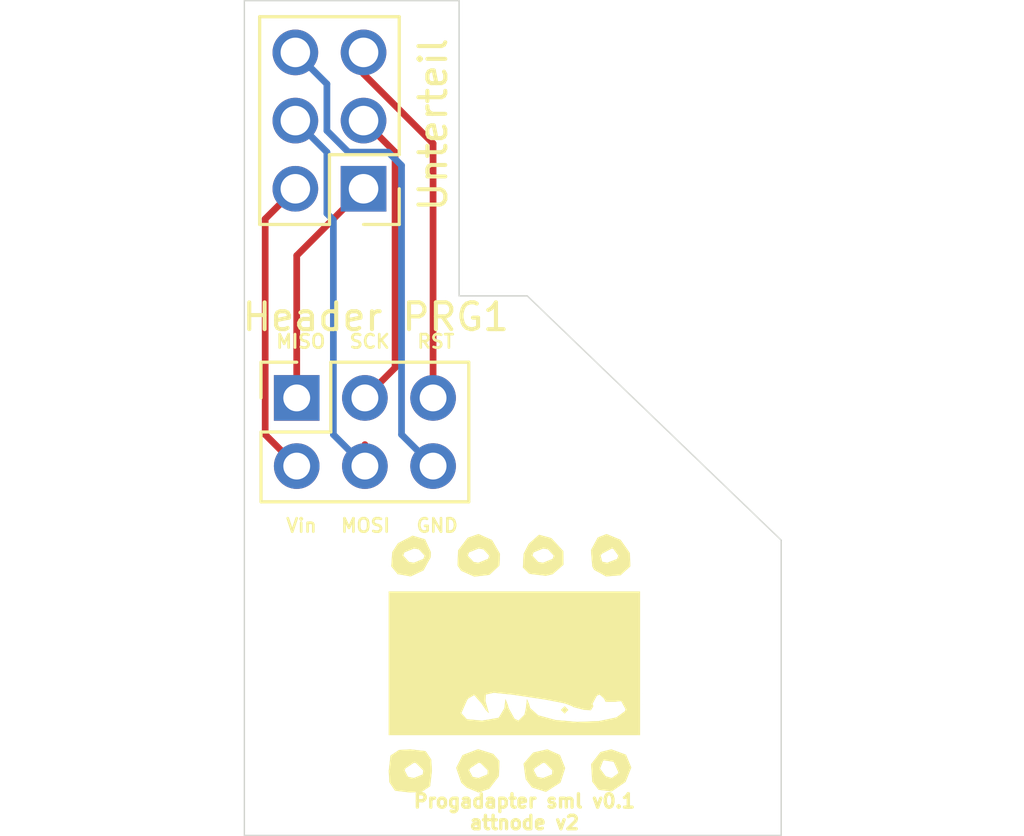
<source format=kicad_pcb>
(kicad_pcb (version 20171130) (host pcbnew "(5.1.8)-1")

  (general
    (thickness 1.6)
    (drawings 15)
    (tracks 24)
    (zones 0)
    (modules 5)
    (nets 7)
  )

  (page A4)
  (layers
    (0 F.Cu signal)
    (31 B.Cu signal)
    (32 B.Adhes user)
    (33 F.Adhes user)
    (34 B.Paste user)
    (35 F.Paste user)
    (36 B.SilkS user)
    (37 F.SilkS user)
    (38 B.Mask user)
    (39 F.Mask user)
    (40 Dwgs.User user)
    (41 Cmts.User user)
    (42 Eco1.User user)
    (43 Eco2.User user)
    (44 Edge.Cuts user)
    (45 Margin user)
    (46 B.CrtYd user)
    (47 F.CrtYd user)
    (48 B.Fab user)
    (49 F.Fab user)
  )

  (setup
    (last_trace_width 0.25)
    (trace_clearance 0.2)
    (zone_clearance 0.508)
    (zone_45_only no)
    (trace_min 0.2)
    (via_size 0.8)
    (via_drill 0.4)
    (via_min_size 0.4)
    (via_min_drill 0.3)
    (uvia_size 0.3)
    (uvia_drill 0.1)
    (uvias_allowed no)
    (uvia_min_size 0.2)
    (uvia_min_drill 0.1)
    (edge_width 0.05)
    (segment_width 0.2)
    (pcb_text_width 0.3)
    (pcb_text_size 1.5 1.5)
    (mod_edge_width 0.12)
    (mod_text_size 1 1)
    (mod_text_width 0.15)
    (pad_size 3.2 3.2)
    (pad_drill 3.2)
    (pad_to_mask_clearance 0.051)
    (solder_mask_min_width 0.25)
    (aux_axis_origin 0 0)
    (visible_elements 7FFFFFFF)
    (pcbplotparams
      (layerselection 0x010fc_ffffffff)
      (usegerberextensions true)
      (usegerberattributes false)
      (usegerberadvancedattributes false)
      (creategerberjobfile false)
      (excludeedgelayer true)
      (linewidth 0.100000)
      (plotframeref false)
      (viasonmask false)
      (mode 1)
      (useauxorigin false)
      (hpglpennumber 1)
      (hpglpenspeed 20)
      (hpglpendiameter 15.000000)
      (psnegative false)
      (psa4output false)
      (plotreference true)
      (plotvalue true)
      (plotinvisibletext false)
      (padsonsilk false)
      (subtractmaskfromsilk false)
      (outputformat 1)
      (mirror false)
      (drillshape 0)
      (scaleselection 1)
      (outputdirectory "Gerber_prg_sml_u/"))
  )

  (net 0 "")
  (net 1 PRG_Vin)
  (net 2 MISO)
  (net 3 MOSI)
  (net 4 SCK)
  (net 5 RST)
  (net 6 PRG_GND)

  (net_class Default "Dies ist die voreingestellte Netzklasse."
    (clearance 0.2)
    (trace_width 0.25)
    (via_dia 0.8)
    (via_drill 0.4)
    (uvia_dia 0.3)
    (uvia_drill 0.1)
    (add_net MISO)
    (add_net MOSI)
    (add_net PRG_GND)
    (add_net PRG_Vin)
    (add_net RST)
    (add_net SCK)
  )

  (module "Logo Attno.de:Logo_druck" (layer F.Cu) (tedit 0) (tstamp 5FB2A212)
    (at 69.9262 81.6864)
    (fp_text reference G*** (at 0 0) (layer F.SilkS) hide
      (effects (font (size 1.524 1.524) (thickness 0.3)))
    )
    (fp_text value LOGO (at 0.8128 3.3782) (layer F.SilkS) hide
      (effects (font (size 1.524 1.524) (thickness 0.3)))
    )
    (fp_poly (pts (xy 2.138947 1.737895) (xy 2.005263 1.871579) (xy 1.871578 1.737895) (xy 2.005263 1.60421)
      (xy 2.138947 1.737895)) (layer F.SilkS) (width 0.01))
    (fp_poly (pts (xy 4.089816 -4.595979) (xy 4.434735 -4.1028) (xy 4.449882 -3.612879) (xy 4.088167 -3.2809)
      (xy 3.55026 -3.237404) (xy 3.109036 -3.48305) (xy 3.03774 -3.609474) (xy 3.005379 -4.010526)
      (xy 3.342105 -4.010526) (xy 3.402717 -3.781632) (xy 3.593694 -3.743158) (xy 3.959511 -3.882751)
      (xy 4.010526 -4.010526) (xy 3.818628 -4.270242) (xy 3.758937 -4.277895) (xy 3.39683 -4.083545)
      (xy 3.342105 -4.010526) (xy 3.005379 -4.010526) (xy 2.988838 -4.215517) (xy 3.2409 -4.683255)
      (xy 3.568344 -4.812632) (xy 4.089816 -4.595979)) (layer F.SilkS) (width 0.01))
    (fp_poly (pts (xy 1.497215 -4.664621) (xy 1.521708 -4.649808) (xy 1.958071 -4.173721) (xy 1.961382 -3.672715)
      (xy 1.558773 -3.320009) (xy 1.304155 -3.2608) (xy 0.68795 -3.334446) (xy 0.453572 -3.569022)
      (xy 0.476776 -4.010526) (xy 0.802105 -4.010526) (xy 1.018662 -3.773323) (xy 1.203157 -3.743158)
      (xy 1.558963 -3.887529) (xy 1.60421 -4.010526) (xy 1.387653 -4.24773) (xy 1.203157 -4.277895)
      (xy 0.847352 -4.133524) (xy 0.802105 -4.010526) (xy 0.476776 -4.010526) (xy 0.480169 -4.075083)
      (xy 0.671125 -4.452433) (xy 1.053407 -4.785038) (xy 1.497215 -4.664621)) (layer F.SilkS) (width 0.01))
    (fp_poly (pts (xy -0.698937 -4.587399) (xy -0.404882 -4.076307) (xy -0.425046 -3.643362) (xy -0.795864 -3.295983)
      (xy -1.358492 -3.230802) (xy -1.850527 -3.44782) (xy -1.981271 -3.643362) (xy -1.968038 -4.010526)
      (xy -1.604211 -4.010526) (xy -1.387654 -3.773323) (xy -1.203158 -3.743158) (xy -0.847353 -3.887529)
      (xy -0.802106 -4.010526) (xy -1.018663 -4.24773) (xy -1.203158 -4.277895) (xy -1.558964 -4.133524)
      (xy -1.604211 -4.010526) (xy -1.968038 -4.010526) (xy -1.960981 -4.206313) (xy -1.604019 -4.673505)
      (xy -1.203158 -4.812632) (xy -0.698937 -4.587399)) (layer F.SilkS) (width 0.01))
    (fp_poly (pts (xy -3.196971 -4.616923) (xy -2.979926 -4.140395) (xy -2.989143 -3.94488) (xy -3.252289 -3.462408)
      (xy -3.731266 -3.239198) (xy -4.214277 -3.323615) (xy -4.449336 -3.611454) (xy -4.423182 -4.010526)
      (xy -4.010527 -4.010526) (xy -3.79397 -3.773323) (xy -3.609474 -3.743158) (xy -3.253669 -3.887529)
      (xy -3.208422 -4.010526) (xy -3.424979 -4.24773) (xy -3.609474 -4.277895) (xy -3.96528 -4.133524)
      (xy -4.010527 -4.010526) (xy -4.423182 -4.010526) (xy -4.414565 -4.142002) (xy -4.201504 -4.468872)
      (xy -3.662664 -4.7517) (xy -3.196971 -4.616923)) (layer F.SilkS) (width 0.01))
    (fp_poly (pts (xy 4.812631 2.673684) (xy -4.545264 2.673684) (xy -4.545264 1.85671) (xy -1.84514 1.85671)
      (xy -1.640977 2.086836) (xy -1.069474 2.138947) (xy -0.449193 2.032284) (xy -0.236914 1.678869)
      (xy -0.236354 1.671053) (xy -0.199008 1.341536) (xy -0.120086 1.531401) (xy -0.083065 1.671053)
      (xy 0.137174 2.067551) (xy 0.286972 2.138947) (xy 0.512231 1.91694) (xy 0.565751 1.671053)
      (xy 0.603097 1.341536) (xy 0.682019 1.531401) (xy 0.71904 1.671053) (xy 1.023883 1.942669)
      (xy 1.661629 2.1152) (xy 2.468428 2.186887) (xy 3.280431 2.155969) (xy 3.933785 2.020685)
      (xy 4.264641 1.779275) (xy 4.277894 1.709289) (xy 4.113499 1.405706) (xy 3.876842 1.43353)
      (xy 3.532945 1.431665) (xy 3.475789 1.312671) (xy 3.31091 1.162077) (xy 3.204059 1.205853)
      (xy 3.040408 1.51151) (xy 3.071649 1.599214) (xy 2.983308 1.745726) (xy 2.741799 1.73488)
      (xy 2.344973 1.633411) (xy 2.272631 1.590545) (xy 2.017938 1.492766) (xy 1.298922 1.353099)
      (xy 0.183184 1.184476) (xy 0.064366 1.16815) (xy -0.638136 1.095906) (xy -0.934809 1.164674)
      (xy -0.945218 1.415944) (xy -0.918078 1.509049) (xy -0.821817 1.851758) (xy -0.926927 1.742986)
      (xy -1.080524 1.50529) (xy -1.365887 1.180679) (xy -1.595147 1.317081) (xy -1.631354 1.371606)
      (xy -1.84514 1.85671) (xy -4.545264 1.85671) (xy -4.545264 -2.673684) (xy 4.812631 -2.673684)
      (xy 4.812631 2.673684)) (layer F.SilkS) (width 0.01))
    (fp_poly (pts (xy 4.289104 3.40888) (xy 4.485854 3.883973) (xy 4.275068 4.414984) (xy 3.760298 4.770967)
      (xy 3.272011 4.712338) (xy 3.03774 4.411579) (xy 3.005955 3.923658) (xy 3.321753 3.923658)
      (xy 3.535729 4.214069) (xy 3.758937 4.277895) (xy 4.005698 4.098505) (xy 4.010526 4.055088)
      (xy 3.836112 3.667614) (xy 3.47406 3.613807) (xy 3.434135 3.635217) (xy 3.321753 3.923658)
      (xy 3.005955 3.923658) (xy 2.995131 3.757507) (xy 3.340792 3.309889) (xy 3.743157 3.208421)
      (xy 4.289104 3.40888)) (layer F.SilkS) (width 0.01))
    (fp_poly (pts (xy 1.830489 3.420844) (xy 2.023085 3.906185) (xy 1.850749 4.436547) (xy 1.843454 4.445467)
      (xy 1.308609 4.788602) (xy 0.789363 4.623462) (xy 0.556657 4.318854) (xy 0.512481 3.990474)
      (xy 0.85335 3.990474) (xy 0.982414 4.234271) (xy 1.203157 4.277895) (xy 1.535916 4.142232)
      (xy 1.552964 3.990474) (xy 1.276938 3.714239) (xy 1.203157 3.703053) (xy 0.889659 3.911204)
      (xy 0.85335 3.990474) (xy 0.512481 3.990474) (xy 0.479001 3.74161) (xy 0.834794 3.328056)
      (xy 1.36171 3.208421) (xy 1.830489 3.420844)) (layer F.SilkS) (width 0.01))
    (fp_poly (pts (xy -0.654718 3.377959) (xy -0.425046 3.643362) (xy -0.445336 4.206313) (xy -0.802298 4.673505)
      (xy -1.203158 4.812632) (xy -1.650245 4.625796) (xy -1.843455 4.445467) (xy -1.999823 3.990474)
      (xy -1.552965 3.990474) (xy -1.423901 4.234271) (xy -1.203158 4.277895) (xy -0.870399 4.142232)
      (xy -0.853351 3.990474) (xy -1.129378 3.714239) (xy -1.203158 3.703053) (xy -1.516657 3.911204)
      (xy -1.552965 3.990474) (xy -1.999823 3.990474) (xy -2.031887 3.897179) (xy -1.795855 3.42208)
      (xy -1.233012 3.208837) (xy -1.203158 3.208421) (xy -0.654718 3.377959)) (layer F.SilkS) (width 0.01))
    (fp_poly (pts (xy -3.175028 3.274671) (xy -2.965626 3.587178) (xy -2.941053 4.010526) (xy -3.007304 4.578657)
      (xy -3.319811 4.788059) (xy -3.743158 4.812632) (xy -4.311289 4.746381) (xy -4.520691 4.433874)
      (xy -4.545264 4.010526) (xy -4.542926 3.990474) (xy -3.959281 3.990474) (xy -3.830217 4.234271)
      (xy -3.609474 4.277895) (xy -3.276715 4.142232) (xy -3.259667 3.990474) (xy -3.535693 3.714239)
      (xy -3.609474 3.703053) (xy -3.922973 3.911204) (xy -3.959281 3.990474) (xy -4.542926 3.990474)
      (xy -4.479013 3.442395) (xy -4.166506 3.232994) (xy -3.743158 3.208421) (xy -3.175028 3.274671)) (layer F.SilkS) (width 0.01))
  )

  (module Connector_PinSocket_2.54mm:PinSocket_2x03_P2.54mm_Vertical (layer F.Cu) (tedit 5A19A425) (tstamp 5FB10B53)
    (at 61.9506 71.8 90)
    (descr "Through hole straight socket strip, 2x03, 2.54mm pitch, double cols (from Kicad 4.0.7), script generated")
    (tags "Through hole socket strip THT 2x03 2.54mm double row")
    (path /5FB3D82C)
    (fp_text reference "Header PRG1" (at 3.0168 2.9464 180) (layer F.SilkS)
      (effects (font (size 1 1) (thickness 0.15)))
    )
    (fp_text value Connector:Conn_01x14_Female (at -1.27 7.85 90) (layer F.Fab) hide
      (effects (font (size 1 1) (thickness 0.15)))
    )
    (fp_line (start -3.81 -1.27) (end 0.27 -1.27) (layer F.Fab) (width 0.1))
    (fp_line (start 0.27 -1.27) (end 1.27 -0.27) (layer F.Fab) (width 0.1))
    (fp_line (start 1.27 -0.27) (end 1.27 6.35) (layer F.Fab) (width 0.1))
    (fp_line (start 1.27 6.35) (end -3.81 6.35) (layer F.Fab) (width 0.1))
    (fp_line (start -3.81 6.35) (end -3.81 -1.27) (layer F.Fab) (width 0.1))
    (fp_line (start -3.87 -1.33) (end -1.27 -1.33) (layer F.SilkS) (width 0.12))
    (fp_line (start -3.87 -1.33) (end -3.87 6.41) (layer F.SilkS) (width 0.12))
    (fp_line (start -3.87 6.41) (end 1.33 6.41) (layer F.SilkS) (width 0.12))
    (fp_line (start 1.33 1.27) (end 1.33 6.41) (layer F.SilkS) (width 0.12))
    (fp_line (start -1.27 1.27) (end 1.33 1.27) (layer F.SilkS) (width 0.12))
    (fp_line (start -1.27 -1.33) (end -1.27 1.27) (layer F.SilkS) (width 0.12))
    (fp_line (start 1.33 -1.33) (end 1.33 0) (layer F.SilkS) (width 0.12))
    (fp_line (start 0 -1.33) (end 1.33 -1.33) (layer F.SilkS) (width 0.12))
    (fp_line (start -4.34 -1.8) (end 1.76 -1.8) (layer F.CrtYd) (width 0.05))
    (fp_line (start 1.76 -1.8) (end 1.76 6.85) (layer F.CrtYd) (width 0.05))
    (fp_line (start 1.76 6.85) (end -4.34 6.85) (layer F.CrtYd) (width 0.05))
    (fp_line (start -4.34 6.85) (end -4.34 -1.8) (layer F.CrtYd) (width 0.05))
    (fp_text user %R (at -1.27 2.54) (layer F.Fab)
      (effects (font (size 1 1) (thickness 0.15)))
    )
    (pad 1 thru_hole rect (at 0 0 90) (size 1.7 1.7) (drill 1) (layers *.Cu *.Mask)
      (net 2 MISO))
    (pad 2 thru_hole oval (at -2.54 0 90) (size 1.7 1.7) (drill 1) (layers *.Cu *.Mask)
      (net 1 PRG_Vin))
    (pad 3 thru_hole oval (at 0 2.54 90) (size 1.7 1.7) (drill 1) (layers *.Cu *.Mask)
      (net 4 SCK))
    (pad 4 thru_hole oval (at -2.54 2.54 90) (size 1.7 1.7) (drill 1) (layers *.Cu *.Mask)
      (net 3 MOSI))
    (pad 5 thru_hole oval (at 0 5.08 90) (size 1.7 1.7) (drill 1) (layers *.Cu *.Mask)
      (net 5 RST))
    (pad 6 thru_hole oval (at -2.54 5.08 90) (size 1.7 1.7) (drill 1) (layers *.Cu *.Mask)
      (net 6 PRG_GND))
  )

  (module MountingHole:MountingHole_3.2mm_M3_DIN965 (layer F.Cu) (tedit 56D1B4CB) (tstamp 5FB29D1F)
    (at 76.5048 83.058)
    (descr "Mounting Hole 3.2mm, no annular, M3, DIN965")
    (tags "mounting hole 3.2mm no annular m3 din965")
    (attr virtual)
    (fp_text reference REF** (at 0 -3.8) (layer F.SilkS) hide
      (effects (font (size 1 1) (thickness 0.15)))
    )
    (fp_text value MountingHole_3.2mm_M3_DIN965 (at 0 3.8) (layer F.Fab)
      (effects (font (size 1 1) (thickness 0.15)))
    )
    (fp_circle (center 0 0) (end 3.05 0) (layer F.CrtYd) (width 0.05))
    (fp_circle (center 0 0) (end 2.8 0) (layer Cmts.User) (width 0.15))
    (fp_text user %R (at 0.3 -0.058) (layer F.Fab)
      (effects (font (size 1 1) (thickness 0.15)))
    )
    (pad 1 np_thru_hole circle (at 0 0) (size 3.2 3.2) (drill 3.2) (layers *.Cu *.Mask))
  )

  (module MountingHole:MountingHole_3.2mm_M3_DIN965 (layer F.Cu) (tedit 56D1B4CB) (tstamp 5FB29CF4)
    (at 63.4492 83)
    (descr "Mounting Hole 3.2mm, no annular, M3, DIN965")
    (tags "mounting hole 3.2mm no annular m3 din965")
    (attr virtual)
    (fp_text reference REF** (at 0 -3.8) (layer F.SilkS) hide
      (effects (font (size 1 1) (thickness 0.15)))
    )
    (fp_text value MountingHole_3.2mm_M3_DIN965 (at 0 3.8) (layer F.Fab)
      (effects (font (size 1 1) (thickness 0.15)))
    )
    (fp_circle (center 0 0) (end 3.05 0) (layer F.CrtYd) (width 0.05))
    (fp_circle (center 0 0) (end 2.8 0) (layer Cmts.User) (width 0.15))
    (fp_text user %R (at 0.3 0) (layer F.Fab)
      (effects (font (size 1 1) (thickness 0.15)))
    )
    (pad 1 np_thru_hole circle (at 0 0) (size 3.2 3.2) (drill 3.2) (layers *.Cu *.Mask))
  )

  (module Connector_PinHeader_2.54mm:PinHeader_2x03_P2.54mm_Vertical (layer F.Cu) (tedit 5FB1263A) (tstamp 5E2A4CBB)
    (at 64.4398 64.008 180)
    (descr "Through hole straight pin header, 2x03, 2.54mm pitch, double rows")
    (tags "Through hole pin header THT 2x03 2.54mm double row")
    (path /5D69C5BF)
    (fp_text reference PRG-Out1 (at 1.27 -1.9304) (layer F.SilkS) hide
      (effects (font (size 0.8 0.8) (thickness 0.1)))
    )
    (fp_text value PRG (at 1.27 7.41) (layer F.Fab) hide
      (effects (font (size 1 1) (thickness 0.15)))
    )
    (fp_line (start 0 -1.27) (end 3.81 -1.27) (layer F.Fab) (width 0.1))
    (fp_line (start 3.81 -1.27) (end 3.81 6.35) (layer F.Fab) (width 0.1))
    (fp_line (start 3.81 6.35) (end -1.27 6.35) (layer F.Fab) (width 0.1))
    (fp_line (start -1.27 6.35) (end -1.27 0) (layer F.Fab) (width 0.1))
    (fp_line (start -1.27 0) (end 0 -1.27) (layer F.Fab) (width 0.1))
    (fp_line (start -1.33 6.41) (end 3.87 6.41) (layer F.SilkS) (width 0.12))
    (fp_line (start -1.33 1.27) (end -1.33 6.41) (layer F.SilkS) (width 0.12))
    (fp_line (start 3.87 -1.33) (end 3.87 6.41) (layer F.SilkS) (width 0.12))
    (fp_line (start -1.33 1.27) (end 1.27 1.27) (layer F.SilkS) (width 0.12))
    (fp_line (start 1.27 1.27) (end 1.27 -1.33) (layer F.SilkS) (width 0.12))
    (fp_line (start 1.27 -1.33) (end 3.87 -1.33) (layer F.SilkS) (width 0.12))
    (fp_line (start -1.33 0) (end -1.33 -1.33) (layer F.SilkS) (width 0.12))
    (fp_line (start -1.33 -1.33) (end 0 -1.33) (layer F.SilkS) (width 0.12))
    (fp_line (start -1.8 -1.8) (end -1.8 6.85) (layer F.CrtYd) (width 0.05))
    (fp_line (start -1.8 6.85) (end 4.35 6.85) (layer F.CrtYd) (width 0.05))
    (fp_line (start 4.35 6.85) (end 4.35 -1.8) (layer F.CrtYd) (width 0.05))
    (fp_line (start 4.35 -1.8) (end -1.8 -1.8) (layer F.CrtYd) (width 0.05))
    (fp_text user %R (at 1.27 2.54 180) (layer F.Fab) hide
      (effects (font (size 1 1) (thickness 0.15)))
    )
    (pad 6 thru_hole oval (at 2.54 5.08 180) (size 1.7 1.7) (drill 1.1) (layers *.Cu *.Mask)
      (net 6 PRG_GND))
    (pad 5 thru_hole oval (at 0 5.08 180) (size 1.7 1.7) (drill 1.1) (layers *.Cu *.Mask)
      (net 5 RST))
    (pad 4 thru_hole oval (at 2.54 2.54 180) (size 1.7 1.7) (drill 1.1) (layers *.Cu *.Mask)
      (net 3 MOSI))
    (pad 3 thru_hole oval (at 0 2.54 180) (size 1.7 1.7) (drill 1.1) (layers *.Cu *.Mask)
      (net 4 SCK))
    (pad 2 thru_hole oval (at 2.54 0 180) (size 1.7 1.7) (drill 1.1) (layers *.Cu *.Mask)
      (net 1 PRG_Vin))
    (pad 1 thru_hole rect (at 0 0 180) (size 1.7 1.7) (drill 1.1) (layers *.Cu *.Mask)
      (net 2 MISO))
  )

  (gr_text Unterteil (at 67.0306 61.6204 90) (layer F.SilkS)
    (effects (font (size 1 1) (thickness 0.15)))
  )
  (gr_line (start 70.54 68) (end 80 77.1) (layer Edge.Cuts) (width 0.05))
  (gr_text GND (at 67.183 76.5556) (layer F.SilkS) (tstamp 5FB16EDB)
    (effects (font (size 0.5 0.5) (thickness 0.1)))
  )
  (gr_text MOSI (at 64.516 76.5556) (layer F.SilkS) (tstamp 5FB16EB5)
    (effects (font (size 0.5 0.5) (thickness 0.1)))
  )
  (gr_text RST (at 67.1322 69.6976) (layer F.SilkS) (tstamp 5FB16E9E)
    (effects (font (size 0.5 0.5) (thickness 0.1)))
  )
  (gr_text SCK (at 64.6684 69.6976) (layer F.SilkS) (tstamp 5FB16E89)
    (effects (font (size 0.5 0.5) (thickness 0.1)))
  )
  (gr_text Vin (at 62.1284 76.5556) (layer F.SilkS) (tstamp 5FB21B18)
    (effects (font (size 0.5 0.5) (thickness 0.1)))
  )
  (gr_text MISO (at 62.103 69.6976) (layer F.SilkS) (tstamp 5FB21AF8)
    (effects (font (size 0.5 0.5) (thickness 0.1)))
  )
  (gr_text "Progadapter sml v0.1\nattnode v2" (at 70.4342 87.2236) (layer F.SilkS)
    (effects (font (size 0.5 0.5) (thickness 0.125)))
  )
  (gr_line (start 68 68) (end 70.54 68) (layer Edge.Cuts) (width 0.05))
  (gr_line (start 60 57) (end 68 57) (layer Edge.Cuts) (width 0.05))
  (gr_line (start 68 68) (end 68 57) (layer Edge.Cuts) (width 0.05))
  (gr_line (start 60 57) (end 60 88.1) (layer Edge.Cuts) (width 0.05))
  (gr_line (start 80 88.1) (end 80 77.1) (layer Edge.Cuts) (width 0.05))
  (gr_line (start 60 88.1) (end 80 88.1) (layer Edge.Cuts) (width 0.05))

  (segment (start 60.775599 73.164999) (end 61.9506 74.34) (width 0.25) (layer F.Cu) (net 1))
  (segment (start 60.775599 65.132201) (end 60.775599 73.164999) (width 0.25) (layer F.Cu) (net 1))
  (segment (start 61.8998 64.008) (end 60.775599 65.132201) (width 0.25) (layer F.Cu) (net 1))
  (segment (start 61.9506 66.4972) (end 64.4398 64.008) (width 0.25) (layer F.Cu) (net 2))
  (segment (start 61.9506 71.8) (end 61.9506 66.4972) (width 0.25) (layer F.Cu) (net 2))
  (segment (start 64.4906 74.34) (end 64.4906 73.539002) (width 0.25) (layer F.Cu) (net 3))
  (segment (start 63.074801 62.643001) (end 61.8998 61.468) (width 0.25) (layer B.Cu) (net 3))
  (segment (start 63.074801 64.928003) (end 63.074801 62.643001) (width 0.25) (layer B.Cu) (net 3))
  (segment (start 63.315599 65.168801) (end 63.074801 64.928003) (width 0.25) (layer B.Cu) (net 3))
  (segment (start 63.315599 73.164999) (end 63.315599 65.168801) (width 0.25) (layer B.Cu) (net 3))
  (segment (start 64.4906 74.34) (end 63.315599 73.164999) (width 0.25) (layer B.Cu) (net 3))
  (segment (start 65.614801 62.643001) (end 64.4398 61.468) (width 0.25) (layer F.Cu) (net 4))
  (segment (start 65.614801 70.675799) (end 65.614801 62.643001) (width 0.25) (layer F.Cu) (net 4))
  (segment (start 64.4906 71.8) (end 65.614801 70.675799) (width 0.25) (layer F.Cu) (net 4))
  (segment (start 64.4398 59.728998) (end 64.4398 58.928) (width 0.25) (layer F.Cu) (net 5))
  (segment (start 67.0306 62.319798) (end 64.4398 59.728998) (width 0.25) (layer F.Cu) (net 5))
  (segment (start 67.0306 71.8) (end 67.0306 62.319798) (width 0.25) (layer F.Cu) (net 5))
  (segment (start 63.074801 60.103001) (end 61.8998 58.928) (width 0.25) (layer B.Cu) (net 6))
  (segment (start 63.074801 61.842003) (end 63.074801 60.103001) (width 0.25) (layer B.Cu) (net 6))
  (segment (start 63.875799 62.643001) (end 63.074801 61.842003) (width 0.25) (layer B.Cu) (net 6))
  (segment (start 65.855599 63.138797) (end 65.359803 62.643001) (width 0.25) (layer B.Cu) (net 6))
  (segment (start 65.855599 73.164999) (end 65.855599 63.138797) (width 0.25) (layer B.Cu) (net 6))
  (segment (start 65.359803 62.643001) (end 63.875799 62.643001) (width 0.25) (layer B.Cu) (net 6))
  (segment (start 67.0306 74.34) (end 65.855599 73.164999) (width 0.25) (layer B.Cu) (net 6))

)

</source>
